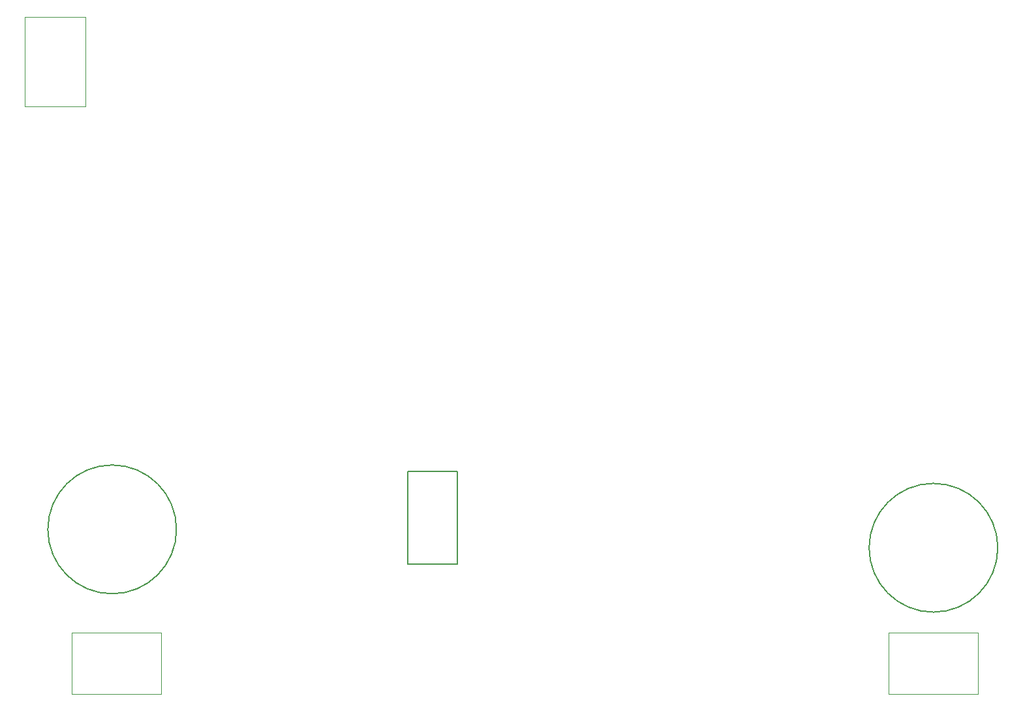
<source format=gbr>
%TF.GenerationSoftware,Altium Limited,Altium Designer,24.3.1 (35)*%
G04 Layer_Color=32896*
%FSLAX45Y45*%
%MOMM*%
%TF.SameCoordinates,844131A9-2E1B-4A61-BE1F-69DE975881E6*%
%TF.FilePolarity,Positive*%
%TF.FileFunction,Other,Top_Courtyard*%
%TF.Part,Single*%
G01*
G75*
%TA.AperFunction,NonConductor*%
%ADD63C,0.20000*%
%ADD97C,0.05000*%
D63*
X12935001Y2200000D02*
G03*
X11265000Y2200000I-835000J0D01*
G01*
D02*
G03*
X12935001Y2200000I835000J0D01*
G01*
X2276800Y2438400D02*
G03*
X606800Y2438400I-835000J0D01*
G01*
D02*
G03*
X2276800Y2438400I835000J0D01*
G01*
X5278200Y1988300D02*
X5923200D01*
Y3193300D01*
X5278200D02*
X5923200D01*
X5278200Y1988300D02*
Y3193300D01*
D97*
X1095000Y7920000D02*
Y9080000D01*
X305000Y7920000D02*
X1095000D01*
X305000D02*
Y9080000D01*
X1095000D01*
X11520000Y305000D02*
Y1095000D01*
Y305000D02*
X12680000D01*
Y1095000D01*
X11520000D02*
X12680000D01*
X920000Y305000D02*
Y1095000D01*
Y305000D02*
X2080000D01*
Y1095000D01*
X920000D02*
X2080000D01*
%TF.MD5,e931313ab339d89e2e74cf533c12df29*%
M02*

</source>
